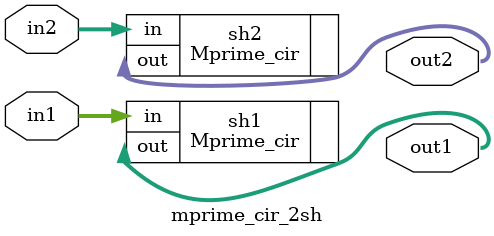
<source format=sv>
module mprime_cir_2sh(
    in1,
    in2,
    out1,
    out2
);

    parameter N = 64;

    input wire [N - 1 : 0] in1;
    input wire [N - 1 : 0] in2;

    output wire [N - 1 : 0] out1;
    output wire [N - 1 : 0] out2;

    Mprime_cir sh1(
        .in   (in1),
        .out (out1)
    );

    Mprime_cir sh2(
        .in   (in2),
        .out (out2)
    );


endmodule



</source>
